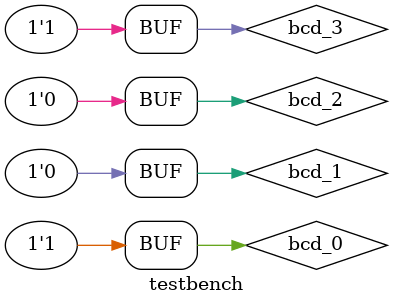
<source format=v>
module testbench;

  reg bcd_0, bcd_1, bcd_2, bcd_3; 
  wire [6:0] segments;
  bcd_to_7seg b(
    .bcd_0(bcd_0), 
    .bcd_1(bcd_1),
    .bcd_2(bcd_2),
    .bcd_3(bcd_3),
    .segments(segments)
  );

  initial begin
    {bcd_3, bcd_2, bcd_1, bcd_0} = 4'b0000; #50;
    {bcd_3, bcd_2, bcd_1, bcd_0} = 4'b0001; #50;
    {bcd_3, bcd_2, bcd_1, bcd_0} = 4'b0010; #50;
    {bcd_3, bcd_2, bcd_1, bcd_0} = 4'b0011; #50;
    {bcd_3, bcd_2, bcd_1, bcd_0} = 4'b0100; #50;
    {bcd_3, bcd_2, bcd_1, bcd_0} = 4'b0101; #50; 
    {bcd_3, bcd_2, bcd_1, bcd_0} = 4'b0110; #50;
    {bcd_3, bcd_2, bcd_1, bcd_0} = 4'b0111; #50;
    {bcd_3, bcd_2, bcd_1, bcd_0} = 4'b1000; #50;
    {bcd_3, bcd_2, bcd_1, bcd_0} = 4'b1001; #50;
  end

endmodule
</source>
